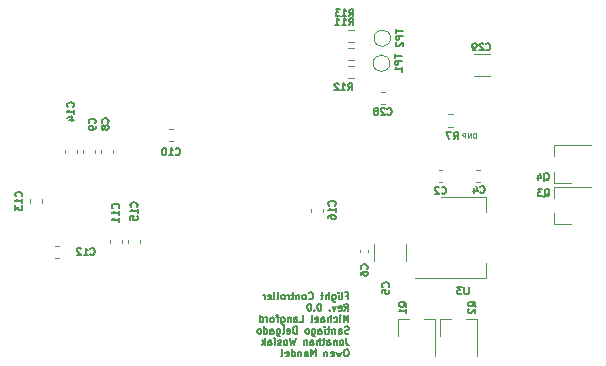
<source format=gbr>
G04 #@! TF.GenerationSoftware,KiCad,Pcbnew,(6.0.7)*
G04 #@! TF.CreationDate,2022-10-20T14:38:44-04:00*
G04 #@! TF.ProjectId,ECE477_PCB,45434534-3737-45f5-9043-422e6b696361,rev?*
G04 #@! TF.SameCoordinates,PX2daf690PY1aab7d8*
G04 #@! TF.FileFunction,Legend,Bot*
G04 #@! TF.FilePolarity,Positive*
%FSLAX46Y46*%
G04 Gerber Fmt 4.6, Leading zero omitted, Abs format (unit mm)*
G04 Created by KiCad (PCBNEW (6.0.7)) date 2022-10-20 14:38:44*
%MOMM*%
%LPD*%
G01*
G04 APERTURE LIST*
%ADD10C,0.150000*%
%ADD11C,0.112500*%
%ADD12C,0.120000*%
G04 APERTURE END LIST*
D10*
X43679442Y-24466142D02*
X43879442Y-24466142D01*
X43879442Y-24780428D02*
X43879442Y-24180428D01*
X43593728Y-24180428D01*
X43279442Y-24780428D02*
X43336585Y-24751857D01*
X43365157Y-24694714D01*
X43365157Y-24180428D01*
X43050871Y-24780428D02*
X43050871Y-24380428D01*
X43050871Y-24180428D02*
X43079442Y-24209000D01*
X43050871Y-24237571D01*
X43022300Y-24209000D01*
X43050871Y-24180428D01*
X43050871Y-24237571D01*
X42508014Y-24380428D02*
X42508014Y-24866142D01*
X42536585Y-24923285D01*
X42565157Y-24951857D01*
X42622300Y-24980428D01*
X42708014Y-24980428D01*
X42765157Y-24951857D01*
X42508014Y-24751857D02*
X42565157Y-24780428D01*
X42679442Y-24780428D01*
X42736585Y-24751857D01*
X42765157Y-24723285D01*
X42793728Y-24666142D01*
X42793728Y-24494714D01*
X42765157Y-24437571D01*
X42736585Y-24409000D01*
X42679442Y-24380428D01*
X42565157Y-24380428D01*
X42508014Y-24409000D01*
X42222300Y-24780428D02*
X42222300Y-24180428D01*
X41965157Y-24780428D02*
X41965157Y-24466142D01*
X41993728Y-24409000D01*
X42050871Y-24380428D01*
X42136585Y-24380428D01*
X42193728Y-24409000D01*
X42222300Y-24437571D01*
X41765157Y-24380428D02*
X41536585Y-24380428D01*
X41679442Y-24180428D02*
X41679442Y-24694714D01*
X41650871Y-24751857D01*
X41593728Y-24780428D01*
X41536585Y-24780428D01*
X40536585Y-24723285D02*
X40565157Y-24751857D01*
X40650871Y-24780428D01*
X40708014Y-24780428D01*
X40793728Y-24751857D01*
X40850871Y-24694714D01*
X40879442Y-24637571D01*
X40908014Y-24523285D01*
X40908014Y-24437571D01*
X40879442Y-24323285D01*
X40850871Y-24266142D01*
X40793728Y-24209000D01*
X40708014Y-24180428D01*
X40650871Y-24180428D01*
X40565157Y-24209000D01*
X40536585Y-24237571D01*
X40193728Y-24780428D02*
X40250871Y-24751857D01*
X40279442Y-24723285D01*
X40308014Y-24666142D01*
X40308014Y-24494714D01*
X40279442Y-24437571D01*
X40250871Y-24409000D01*
X40193728Y-24380428D01*
X40108014Y-24380428D01*
X40050871Y-24409000D01*
X40022300Y-24437571D01*
X39993728Y-24494714D01*
X39993728Y-24666142D01*
X40022300Y-24723285D01*
X40050871Y-24751857D01*
X40108014Y-24780428D01*
X40193728Y-24780428D01*
X39736585Y-24380428D02*
X39736585Y-24780428D01*
X39736585Y-24437571D02*
X39708014Y-24409000D01*
X39650871Y-24380428D01*
X39565157Y-24380428D01*
X39508014Y-24409000D01*
X39479442Y-24466142D01*
X39479442Y-24780428D01*
X39279442Y-24380428D02*
X39050871Y-24380428D01*
X39193728Y-24180428D02*
X39193728Y-24694714D01*
X39165157Y-24751857D01*
X39108014Y-24780428D01*
X39050871Y-24780428D01*
X38850871Y-24780428D02*
X38850871Y-24380428D01*
X38850871Y-24494714D02*
X38822300Y-24437571D01*
X38793728Y-24409000D01*
X38736585Y-24380428D01*
X38679442Y-24380428D01*
X38393728Y-24780428D02*
X38450871Y-24751857D01*
X38479442Y-24723285D01*
X38508014Y-24666142D01*
X38508014Y-24494714D01*
X38479442Y-24437571D01*
X38450871Y-24409000D01*
X38393728Y-24380428D01*
X38308014Y-24380428D01*
X38250871Y-24409000D01*
X38222300Y-24437571D01*
X38193728Y-24494714D01*
X38193728Y-24666142D01*
X38222300Y-24723285D01*
X38250871Y-24751857D01*
X38308014Y-24780428D01*
X38393728Y-24780428D01*
X37850871Y-24780428D02*
X37908014Y-24751857D01*
X37936585Y-24694714D01*
X37936585Y-24180428D01*
X37536585Y-24780428D02*
X37593728Y-24751857D01*
X37622300Y-24694714D01*
X37622300Y-24180428D01*
X37079442Y-24751857D02*
X37136585Y-24780428D01*
X37250871Y-24780428D01*
X37308014Y-24751857D01*
X37336585Y-24694714D01*
X37336585Y-24466142D01*
X37308014Y-24409000D01*
X37250871Y-24380428D01*
X37136585Y-24380428D01*
X37079442Y-24409000D01*
X37050871Y-24466142D01*
X37050871Y-24523285D01*
X37336585Y-24580428D01*
X36793728Y-24780428D02*
X36793728Y-24380428D01*
X36793728Y-24494714D02*
X36765157Y-24437571D01*
X36736585Y-24409000D01*
X36679442Y-24380428D01*
X36622300Y-24380428D01*
X43536585Y-25746428D02*
X43736585Y-25460714D01*
X43879442Y-25746428D02*
X43879442Y-25146428D01*
X43650871Y-25146428D01*
X43593728Y-25175000D01*
X43565157Y-25203571D01*
X43536585Y-25260714D01*
X43536585Y-25346428D01*
X43565157Y-25403571D01*
X43593728Y-25432142D01*
X43650871Y-25460714D01*
X43879442Y-25460714D01*
X43050871Y-25717857D02*
X43108014Y-25746428D01*
X43222300Y-25746428D01*
X43279442Y-25717857D01*
X43308014Y-25660714D01*
X43308014Y-25432142D01*
X43279442Y-25375000D01*
X43222300Y-25346428D01*
X43108014Y-25346428D01*
X43050871Y-25375000D01*
X43022300Y-25432142D01*
X43022300Y-25489285D01*
X43308014Y-25546428D01*
X42822300Y-25346428D02*
X42679442Y-25746428D01*
X42536585Y-25346428D01*
X42308014Y-25689285D02*
X42279442Y-25717857D01*
X42308014Y-25746428D01*
X42336585Y-25717857D01*
X42308014Y-25689285D01*
X42308014Y-25746428D01*
X41450871Y-25146428D02*
X41393728Y-25146428D01*
X41336585Y-25175000D01*
X41308014Y-25203571D01*
X41279442Y-25260714D01*
X41250871Y-25375000D01*
X41250871Y-25517857D01*
X41279442Y-25632142D01*
X41308014Y-25689285D01*
X41336585Y-25717857D01*
X41393728Y-25746428D01*
X41450871Y-25746428D01*
X41508014Y-25717857D01*
X41536585Y-25689285D01*
X41565157Y-25632142D01*
X41593728Y-25517857D01*
X41593728Y-25375000D01*
X41565157Y-25260714D01*
X41536585Y-25203571D01*
X41508014Y-25175000D01*
X41450871Y-25146428D01*
X40993728Y-25689285D02*
X40965157Y-25717857D01*
X40993728Y-25746428D01*
X41022300Y-25717857D01*
X40993728Y-25689285D01*
X40993728Y-25746428D01*
X40593728Y-25146428D02*
X40536585Y-25146428D01*
X40479442Y-25175000D01*
X40450871Y-25203571D01*
X40422300Y-25260714D01*
X40393728Y-25375000D01*
X40393728Y-25517857D01*
X40422300Y-25632142D01*
X40450871Y-25689285D01*
X40479442Y-25717857D01*
X40536585Y-25746428D01*
X40593728Y-25746428D01*
X40650871Y-25717857D01*
X40679442Y-25689285D01*
X40708014Y-25632142D01*
X40736585Y-25517857D01*
X40736585Y-25375000D01*
X40708014Y-25260714D01*
X40679442Y-25203571D01*
X40650871Y-25175000D01*
X40593728Y-25146428D01*
X43879442Y-26712428D02*
X43879442Y-26112428D01*
X43679442Y-26541000D01*
X43479442Y-26112428D01*
X43479442Y-26712428D01*
X43193728Y-26712428D02*
X43193728Y-26312428D01*
X43193728Y-26112428D02*
X43222300Y-26141000D01*
X43193728Y-26169571D01*
X43165157Y-26141000D01*
X43193728Y-26112428D01*
X43193728Y-26169571D01*
X42650871Y-26683857D02*
X42708014Y-26712428D01*
X42822300Y-26712428D01*
X42879442Y-26683857D01*
X42908014Y-26655285D01*
X42936585Y-26598142D01*
X42936585Y-26426714D01*
X42908014Y-26369571D01*
X42879442Y-26341000D01*
X42822300Y-26312428D01*
X42708014Y-26312428D01*
X42650871Y-26341000D01*
X42393728Y-26712428D02*
X42393728Y-26112428D01*
X42136585Y-26712428D02*
X42136585Y-26398142D01*
X42165157Y-26341000D01*
X42222300Y-26312428D01*
X42308014Y-26312428D01*
X42365157Y-26341000D01*
X42393728Y-26369571D01*
X41593728Y-26712428D02*
X41593728Y-26398142D01*
X41622300Y-26341000D01*
X41679442Y-26312428D01*
X41793728Y-26312428D01*
X41850871Y-26341000D01*
X41593728Y-26683857D02*
X41650871Y-26712428D01*
X41793728Y-26712428D01*
X41850871Y-26683857D01*
X41879442Y-26626714D01*
X41879442Y-26569571D01*
X41850871Y-26512428D01*
X41793728Y-26483857D01*
X41650871Y-26483857D01*
X41593728Y-26455285D01*
X41079442Y-26683857D02*
X41136585Y-26712428D01*
X41250871Y-26712428D01*
X41308014Y-26683857D01*
X41336585Y-26626714D01*
X41336585Y-26398142D01*
X41308014Y-26341000D01*
X41250871Y-26312428D01*
X41136585Y-26312428D01*
X41079442Y-26341000D01*
X41050871Y-26398142D01*
X41050871Y-26455285D01*
X41336585Y-26512428D01*
X40708014Y-26712428D02*
X40765157Y-26683857D01*
X40793728Y-26626714D01*
X40793728Y-26112428D01*
X39736585Y-26712428D02*
X40022300Y-26712428D01*
X40022300Y-26112428D01*
X39279442Y-26712428D02*
X39279442Y-26398142D01*
X39308014Y-26341000D01*
X39365157Y-26312428D01*
X39479442Y-26312428D01*
X39536585Y-26341000D01*
X39279442Y-26683857D02*
X39336585Y-26712428D01*
X39479442Y-26712428D01*
X39536585Y-26683857D01*
X39565157Y-26626714D01*
X39565157Y-26569571D01*
X39536585Y-26512428D01*
X39479442Y-26483857D01*
X39336585Y-26483857D01*
X39279442Y-26455285D01*
X38993728Y-26312428D02*
X38993728Y-26712428D01*
X38993728Y-26369571D02*
X38965157Y-26341000D01*
X38908014Y-26312428D01*
X38822300Y-26312428D01*
X38765157Y-26341000D01*
X38736585Y-26398142D01*
X38736585Y-26712428D01*
X38193728Y-26312428D02*
X38193728Y-26798142D01*
X38222300Y-26855285D01*
X38250871Y-26883857D01*
X38308014Y-26912428D01*
X38393728Y-26912428D01*
X38450871Y-26883857D01*
X38193728Y-26683857D02*
X38250871Y-26712428D01*
X38365157Y-26712428D01*
X38422300Y-26683857D01*
X38450871Y-26655285D01*
X38479442Y-26598142D01*
X38479442Y-26426714D01*
X38450871Y-26369571D01*
X38422300Y-26341000D01*
X38365157Y-26312428D01*
X38250871Y-26312428D01*
X38193728Y-26341000D01*
X37993728Y-26312428D02*
X37765157Y-26312428D01*
X37908014Y-26712428D02*
X37908014Y-26198142D01*
X37879442Y-26141000D01*
X37822300Y-26112428D01*
X37765157Y-26112428D01*
X37479442Y-26712428D02*
X37536585Y-26683857D01*
X37565157Y-26655285D01*
X37593728Y-26598142D01*
X37593728Y-26426714D01*
X37565157Y-26369571D01*
X37536585Y-26341000D01*
X37479442Y-26312428D01*
X37393728Y-26312428D01*
X37336585Y-26341000D01*
X37308014Y-26369571D01*
X37279442Y-26426714D01*
X37279442Y-26598142D01*
X37308014Y-26655285D01*
X37336585Y-26683857D01*
X37393728Y-26712428D01*
X37479442Y-26712428D01*
X37022300Y-26712428D02*
X37022300Y-26312428D01*
X37022300Y-26426714D02*
X36993728Y-26369571D01*
X36965157Y-26341000D01*
X36908014Y-26312428D01*
X36850871Y-26312428D01*
X36393728Y-26712428D02*
X36393728Y-26112428D01*
X36393728Y-26683857D02*
X36450871Y-26712428D01*
X36565157Y-26712428D01*
X36622300Y-26683857D01*
X36650871Y-26655285D01*
X36679442Y-26598142D01*
X36679442Y-26426714D01*
X36650871Y-26369571D01*
X36622300Y-26341000D01*
X36565157Y-26312428D01*
X36450871Y-26312428D01*
X36393728Y-26341000D01*
X43908014Y-27649857D02*
X43822300Y-27678428D01*
X43679442Y-27678428D01*
X43622300Y-27649857D01*
X43593728Y-27621285D01*
X43565157Y-27564142D01*
X43565157Y-27507000D01*
X43593728Y-27449857D01*
X43622300Y-27421285D01*
X43679442Y-27392714D01*
X43793728Y-27364142D01*
X43850871Y-27335571D01*
X43879442Y-27307000D01*
X43908014Y-27249857D01*
X43908014Y-27192714D01*
X43879442Y-27135571D01*
X43850871Y-27107000D01*
X43793728Y-27078428D01*
X43650871Y-27078428D01*
X43565157Y-27107000D01*
X43050871Y-27678428D02*
X43050871Y-27364142D01*
X43079442Y-27307000D01*
X43136585Y-27278428D01*
X43250871Y-27278428D01*
X43308014Y-27307000D01*
X43050871Y-27649857D02*
X43108014Y-27678428D01*
X43250871Y-27678428D01*
X43308014Y-27649857D01*
X43336585Y-27592714D01*
X43336585Y-27535571D01*
X43308014Y-27478428D01*
X43250871Y-27449857D01*
X43108014Y-27449857D01*
X43050871Y-27421285D01*
X42765157Y-27278428D02*
X42765157Y-27678428D01*
X42765157Y-27335571D02*
X42736585Y-27307000D01*
X42679442Y-27278428D01*
X42593728Y-27278428D01*
X42536585Y-27307000D01*
X42508014Y-27364142D01*
X42508014Y-27678428D01*
X42308014Y-27278428D02*
X42079442Y-27278428D01*
X42222300Y-27078428D02*
X42222300Y-27592714D01*
X42193728Y-27649857D01*
X42136585Y-27678428D01*
X42079442Y-27678428D01*
X41879442Y-27678428D02*
X41879442Y-27278428D01*
X41879442Y-27078428D02*
X41908014Y-27107000D01*
X41879442Y-27135571D01*
X41850871Y-27107000D01*
X41879442Y-27078428D01*
X41879442Y-27135571D01*
X41336585Y-27678428D02*
X41336585Y-27364142D01*
X41365157Y-27307000D01*
X41422300Y-27278428D01*
X41536585Y-27278428D01*
X41593728Y-27307000D01*
X41336585Y-27649857D02*
X41393728Y-27678428D01*
X41536585Y-27678428D01*
X41593728Y-27649857D01*
X41622300Y-27592714D01*
X41622300Y-27535571D01*
X41593728Y-27478428D01*
X41536585Y-27449857D01*
X41393728Y-27449857D01*
X41336585Y-27421285D01*
X40793728Y-27278428D02*
X40793728Y-27764142D01*
X40822300Y-27821285D01*
X40850871Y-27849857D01*
X40908014Y-27878428D01*
X40993728Y-27878428D01*
X41050871Y-27849857D01*
X40793728Y-27649857D02*
X40850871Y-27678428D01*
X40965157Y-27678428D01*
X41022300Y-27649857D01*
X41050871Y-27621285D01*
X41079442Y-27564142D01*
X41079442Y-27392714D01*
X41050871Y-27335571D01*
X41022300Y-27307000D01*
X40965157Y-27278428D01*
X40850871Y-27278428D01*
X40793728Y-27307000D01*
X40422300Y-27678428D02*
X40479442Y-27649857D01*
X40508014Y-27621285D01*
X40536585Y-27564142D01*
X40536585Y-27392714D01*
X40508014Y-27335571D01*
X40479442Y-27307000D01*
X40422300Y-27278428D01*
X40336585Y-27278428D01*
X40279442Y-27307000D01*
X40250871Y-27335571D01*
X40222300Y-27392714D01*
X40222300Y-27564142D01*
X40250871Y-27621285D01*
X40279442Y-27649857D01*
X40336585Y-27678428D01*
X40422300Y-27678428D01*
X39508014Y-27678428D02*
X39508014Y-27078428D01*
X39365157Y-27078428D01*
X39279442Y-27107000D01*
X39222300Y-27164142D01*
X39193728Y-27221285D01*
X39165157Y-27335571D01*
X39165157Y-27421285D01*
X39193728Y-27535571D01*
X39222300Y-27592714D01*
X39279442Y-27649857D01*
X39365157Y-27678428D01*
X39508014Y-27678428D01*
X38679442Y-27649857D02*
X38736585Y-27678428D01*
X38850871Y-27678428D01*
X38908014Y-27649857D01*
X38936585Y-27592714D01*
X38936585Y-27364142D01*
X38908014Y-27307000D01*
X38850871Y-27278428D01*
X38736585Y-27278428D01*
X38679442Y-27307000D01*
X38650871Y-27364142D01*
X38650871Y-27421285D01*
X38936585Y-27478428D01*
X38308014Y-27678428D02*
X38365157Y-27649857D01*
X38393728Y-27592714D01*
X38393728Y-27078428D01*
X37822300Y-27278428D02*
X37822300Y-27764142D01*
X37850871Y-27821285D01*
X37879442Y-27849857D01*
X37936585Y-27878428D01*
X38022300Y-27878428D01*
X38079442Y-27849857D01*
X37822300Y-27649857D02*
X37879442Y-27678428D01*
X37993728Y-27678428D01*
X38050871Y-27649857D01*
X38079442Y-27621285D01*
X38108014Y-27564142D01*
X38108014Y-27392714D01*
X38079442Y-27335571D01*
X38050871Y-27307000D01*
X37993728Y-27278428D01*
X37879442Y-27278428D01*
X37822300Y-27307000D01*
X37279442Y-27678428D02*
X37279442Y-27364142D01*
X37308014Y-27307000D01*
X37365157Y-27278428D01*
X37479442Y-27278428D01*
X37536585Y-27307000D01*
X37279442Y-27649857D02*
X37336585Y-27678428D01*
X37479442Y-27678428D01*
X37536585Y-27649857D01*
X37565157Y-27592714D01*
X37565157Y-27535571D01*
X37536585Y-27478428D01*
X37479442Y-27449857D01*
X37336585Y-27449857D01*
X37279442Y-27421285D01*
X36736585Y-27678428D02*
X36736585Y-27078428D01*
X36736585Y-27649857D02*
X36793728Y-27678428D01*
X36908014Y-27678428D01*
X36965157Y-27649857D01*
X36993728Y-27621285D01*
X37022300Y-27564142D01*
X37022300Y-27392714D01*
X36993728Y-27335571D01*
X36965157Y-27307000D01*
X36908014Y-27278428D01*
X36793728Y-27278428D01*
X36736585Y-27307000D01*
X36365157Y-27678428D02*
X36422300Y-27649857D01*
X36450871Y-27621285D01*
X36479442Y-27564142D01*
X36479442Y-27392714D01*
X36450871Y-27335571D01*
X36422300Y-27307000D01*
X36365157Y-27278428D01*
X36279442Y-27278428D01*
X36222300Y-27307000D01*
X36193728Y-27335571D01*
X36165157Y-27392714D01*
X36165157Y-27564142D01*
X36193728Y-27621285D01*
X36222300Y-27649857D01*
X36279442Y-27678428D01*
X36365157Y-27678428D01*
X43708014Y-28044428D02*
X43708014Y-28473000D01*
X43736585Y-28558714D01*
X43793728Y-28615857D01*
X43879442Y-28644428D01*
X43936585Y-28644428D01*
X43336585Y-28644428D02*
X43393728Y-28615857D01*
X43422300Y-28587285D01*
X43450871Y-28530142D01*
X43450871Y-28358714D01*
X43422300Y-28301571D01*
X43393728Y-28273000D01*
X43336585Y-28244428D01*
X43250871Y-28244428D01*
X43193728Y-28273000D01*
X43165157Y-28301571D01*
X43136585Y-28358714D01*
X43136585Y-28530142D01*
X43165157Y-28587285D01*
X43193728Y-28615857D01*
X43250871Y-28644428D01*
X43336585Y-28644428D01*
X42879442Y-28244428D02*
X42879442Y-28644428D01*
X42879442Y-28301571D02*
X42850871Y-28273000D01*
X42793728Y-28244428D01*
X42708014Y-28244428D01*
X42650871Y-28273000D01*
X42622300Y-28330142D01*
X42622300Y-28644428D01*
X42079442Y-28644428D02*
X42079442Y-28330142D01*
X42108014Y-28273000D01*
X42165157Y-28244428D01*
X42279442Y-28244428D01*
X42336585Y-28273000D01*
X42079442Y-28615857D02*
X42136585Y-28644428D01*
X42279442Y-28644428D01*
X42336585Y-28615857D01*
X42365157Y-28558714D01*
X42365157Y-28501571D01*
X42336585Y-28444428D01*
X42279442Y-28415857D01*
X42136585Y-28415857D01*
X42079442Y-28387285D01*
X41879442Y-28244428D02*
X41650871Y-28244428D01*
X41793728Y-28044428D02*
X41793728Y-28558714D01*
X41765157Y-28615857D01*
X41708014Y-28644428D01*
X41650871Y-28644428D01*
X41450871Y-28644428D02*
X41450871Y-28044428D01*
X41193728Y-28644428D02*
X41193728Y-28330142D01*
X41222300Y-28273000D01*
X41279442Y-28244428D01*
X41365157Y-28244428D01*
X41422300Y-28273000D01*
X41450871Y-28301571D01*
X40650871Y-28644428D02*
X40650871Y-28330142D01*
X40679442Y-28273000D01*
X40736585Y-28244428D01*
X40850871Y-28244428D01*
X40908014Y-28273000D01*
X40650871Y-28615857D02*
X40708014Y-28644428D01*
X40850871Y-28644428D01*
X40908014Y-28615857D01*
X40936585Y-28558714D01*
X40936585Y-28501571D01*
X40908014Y-28444428D01*
X40850871Y-28415857D01*
X40708014Y-28415857D01*
X40650871Y-28387285D01*
X40365157Y-28244428D02*
X40365157Y-28644428D01*
X40365157Y-28301571D02*
X40336585Y-28273000D01*
X40279442Y-28244428D01*
X40193728Y-28244428D01*
X40136585Y-28273000D01*
X40108014Y-28330142D01*
X40108014Y-28644428D01*
X39422300Y-28044428D02*
X39279442Y-28644428D01*
X39165157Y-28215857D01*
X39050871Y-28644428D01*
X38908014Y-28044428D01*
X38593728Y-28644428D02*
X38650871Y-28615857D01*
X38679442Y-28587285D01*
X38708014Y-28530142D01*
X38708014Y-28358714D01*
X38679442Y-28301571D01*
X38650871Y-28273000D01*
X38593728Y-28244428D01*
X38508014Y-28244428D01*
X38450871Y-28273000D01*
X38422300Y-28301571D01*
X38393728Y-28358714D01*
X38393728Y-28530142D01*
X38422300Y-28587285D01*
X38450871Y-28615857D01*
X38508014Y-28644428D01*
X38593728Y-28644428D01*
X38165157Y-28615857D02*
X38108014Y-28644428D01*
X37993728Y-28644428D01*
X37936585Y-28615857D01*
X37908014Y-28558714D01*
X37908014Y-28530142D01*
X37936585Y-28473000D01*
X37993728Y-28444428D01*
X38079442Y-28444428D01*
X38136585Y-28415857D01*
X38165157Y-28358714D01*
X38165157Y-28330142D01*
X38136585Y-28273000D01*
X38079442Y-28244428D01*
X37993728Y-28244428D01*
X37936585Y-28273000D01*
X37650871Y-28644428D02*
X37650871Y-28244428D01*
X37650871Y-28044428D02*
X37679442Y-28073000D01*
X37650871Y-28101571D01*
X37622300Y-28073000D01*
X37650871Y-28044428D01*
X37650871Y-28101571D01*
X37108014Y-28644428D02*
X37108014Y-28330142D01*
X37136585Y-28273000D01*
X37193728Y-28244428D01*
X37308014Y-28244428D01*
X37365157Y-28273000D01*
X37108014Y-28615857D02*
X37165157Y-28644428D01*
X37308014Y-28644428D01*
X37365157Y-28615857D01*
X37393728Y-28558714D01*
X37393728Y-28501571D01*
X37365157Y-28444428D01*
X37308014Y-28415857D01*
X37165157Y-28415857D01*
X37108014Y-28387285D01*
X36822300Y-28644428D02*
X36822300Y-28044428D01*
X36765157Y-28415857D02*
X36593728Y-28644428D01*
X36593728Y-28244428D02*
X36822300Y-28473000D01*
X43765157Y-29010428D02*
X43650871Y-29010428D01*
X43593728Y-29039000D01*
X43536585Y-29096142D01*
X43508014Y-29210428D01*
X43508014Y-29410428D01*
X43536585Y-29524714D01*
X43593728Y-29581857D01*
X43650871Y-29610428D01*
X43765157Y-29610428D01*
X43822300Y-29581857D01*
X43879442Y-29524714D01*
X43908014Y-29410428D01*
X43908014Y-29210428D01*
X43879442Y-29096142D01*
X43822300Y-29039000D01*
X43765157Y-29010428D01*
X43308014Y-29210428D02*
X43193728Y-29610428D01*
X43079442Y-29324714D01*
X42965157Y-29610428D01*
X42850871Y-29210428D01*
X42393728Y-29581857D02*
X42450871Y-29610428D01*
X42565157Y-29610428D01*
X42622300Y-29581857D01*
X42650871Y-29524714D01*
X42650871Y-29296142D01*
X42622300Y-29239000D01*
X42565157Y-29210428D01*
X42450871Y-29210428D01*
X42393728Y-29239000D01*
X42365157Y-29296142D01*
X42365157Y-29353285D01*
X42650871Y-29410428D01*
X42108014Y-29210428D02*
X42108014Y-29610428D01*
X42108014Y-29267571D02*
X42079442Y-29239000D01*
X42022300Y-29210428D01*
X41936585Y-29210428D01*
X41879442Y-29239000D01*
X41850871Y-29296142D01*
X41850871Y-29610428D01*
X41108014Y-29610428D02*
X41108014Y-29010428D01*
X40908014Y-29439000D01*
X40708014Y-29010428D01*
X40708014Y-29610428D01*
X40165157Y-29610428D02*
X40165157Y-29296142D01*
X40193728Y-29239000D01*
X40250871Y-29210428D01*
X40365157Y-29210428D01*
X40422300Y-29239000D01*
X40165157Y-29581857D02*
X40222300Y-29610428D01*
X40365157Y-29610428D01*
X40422300Y-29581857D01*
X40450871Y-29524714D01*
X40450871Y-29467571D01*
X40422300Y-29410428D01*
X40365157Y-29381857D01*
X40222300Y-29381857D01*
X40165157Y-29353285D01*
X39879442Y-29210428D02*
X39879442Y-29610428D01*
X39879442Y-29267571D02*
X39850871Y-29239000D01*
X39793728Y-29210428D01*
X39708014Y-29210428D01*
X39650871Y-29239000D01*
X39622300Y-29296142D01*
X39622300Y-29610428D01*
X39079442Y-29610428D02*
X39079442Y-29010428D01*
X39079442Y-29581857D02*
X39136585Y-29610428D01*
X39250871Y-29610428D01*
X39308014Y-29581857D01*
X39336585Y-29553285D01*
X39365157Y-29496142D01*
X39365157Y-29324714D01*
X39336585Y-29267571D01*
X39308014Y-29239000D01*
X39250871Y-29210428D01*
X39136585Y-29210428D01*
X39079442Y-29239000D01*
X38565157Y-29581857D02*
X38622300Y-29610428D01*
X38736585Y-29610428D01*
X38793728Y-29581857D01*
X38822300Y-29524714D01*
X38822300Y-29296142D01*
X38793728Y-29239000D01*
X38736585Y-29210428D01*
X38622300Y-29210428D01*
X38565157Y-29239000D01*
X38536585Y-29296142D01*
X38536585Y-29353285D01*
X38822300Y-29410428D01*
X38193728Y-29610428D02*
X38250871Y-29581857D01*
X38279442Y-29524714D01*
X38279442Y-29010428D01*
D11*
X54705971Y-11125571D02*
X54705971Y-10675571D01*
X54598828Y-10675571D01*
X54534542Y-10697000D01*
X54491685Y-10739857D01*
X54470257Y-10782714D01*
X54448828Y-10868428D01*
X54448828Y-10932714D01*
X54470257Y-11018428D01*
X54491685Y-11061285D01*
X54534542Y-11104142D01*
X54598828Y-11125571D01*
X54705971Y-11125571D01*
X54255971Y-11125571D02*
X54255971Y-10675571D01*
X53998828Y-11125571D01*
X53998828Y-10675571D01*
X53784542Y-11125571D02*
X53784542Y-10675571D01*
X53613114Y-10675571D01*
X53570257Y-10697000D01*
X53548828Y-10718428D01*
X53527400Y-10761285D01*
X53527400Y-10825571D01*
X53548828Y-10868428D01*
X53570257Y-10889857D01*
X53613114Y-10911285D01*
X53784542Y-10911285D01*
D10*
X48791811Y-25417995D02*
X48763240Y-25360852D01*
X48706097Y-25303709D01*
X48620382Y-25217995D01*
X48591811Y-25160852D01*
X48591811Y-25103709D01*
X48734668Y-25132280D02*
X48706097Y-25075138D01*
X48648954Y-25017995D01*
X48534668Y-24989423D01*
X48334668Y-24989423D01*
X48220382Y-25017995D01*
X48163240Y-25075138D01*
X48134668Y-25132280D01*
X48134668Y-25246566D01*
X48163240Y-25303709D01*
X48220382Y-25360852D01*
X48334668Y-25389423D01*
X48534668Y-25389423D01*
X48648954Y-25360852D01*
X48706097Y-25303709D01*
X48734668Y-25246566D01*
X48734668Y-25132280D01*
X48734668Y-25960852D02*
X48734668Y-25617995D01*
X48734668Y-25789423D02*
X48134668Y-25789423D01*
X48220382Y-25732280D01*
X48277525Y-25675138D01*
X48306097Y-25617995D01*
X60417962Y-14749631D02*
X60475105Y-14721060D01*
X60532248Y-14663917D01*
X60617962Y-14578202D01*
X60675105Y-14549631D01*
X60732248Y-14549631D01*
X60703677Y-14692488D02*
X60760820Y-14663917D01*
X60817962Y-14606774D01*
X60846534Y-14492488D01*
X60846534Y-14292488D01*
X60817962Y-14178202D01*
X60760820Y-14121060D01*
X60703677Y-14092488D01*
X60589391Y-14092488D01*
X60532248Y-14121060D01*
X60475105Y-14178202D01*
X60446534Y-14292488D01*
X60446534Y-14492488D01*
X60475105Y-14606774D01*
X60532248Y-14663917D01*
X60589391Y-14692488D01*
X60703677Y-14692488D01*
X59932248Y-14292488D02*
X59932248Y-14692488D01*
X60075105Y-14063917D02*
X60217962Y-14492488D01*
X59846534Y-14492488D01*
X54654011Y-25402495D02*
X54625440Y-25345352D01*
X54568297Y-25288209D01*
X54482582Y-25202495D01*
X54454011Y-25145352D01*
X54454011Y-25088209D01*
X54596868Y-25116780D02*
X54568297Y-25059638D01*
X54511154Y-25002495D01*
X54396868Y-24973923D01*
X54196868Y-24973923D01*
X54082582Y-25002495D01*
X54025440Y-25059638D01*
X53996868Y-25116780D01*
X53996868Y-25231066D01*
X54025440Y-25288209D01*
X54082582Y-25345352D01*
X54196868Y-25373923D01*
X54396868Y-25373923D01*
X54511154Y-25345352D01*
X54568297Y-25288209D01*
X54596868Y-25231066D01*
X54596868Y-25116780D01*
X54054011Y-25602495D02*
X54025440Y-25631066D01*
X53996868Y-25688209D01*
X53996868Y-25831066D01*
X54025440Y-25888209D01*
X54054011Y-25916780D01*
X54111154Y-25945352D01*
X54168297Y-25945352D01*
X54254011Y-25916780D01*
X54596868Y-25573923D01*
X54596868Y-25945352D01*
X60459482Y-16100951D02*
X60516625Y-16072380D01*
X60573768Y-16015237D01*
X60659482Y-15929522D01*
X60716625Y-15900951D01*
X60773768Y-15900951D01*
X60745197Y-16043808D02*
X60802340Y-16015237D01*
X60859482Y-15958094D01*
X60888054Y-15843808D01*
X60888054Y-15643808D01*
X60859482Y-15529522D01*
X60802340Y-15472380D01*
X60745197Y-15443808D01*
X60630911Y-15443808D01*
X60573768Y-15472380D01*
X60516625Y-15529522D01*
X60488054Y-15643808D01*
X60488054Y-15843808D01*
X60516625Y-15958094D01*
X60573768Y-16015237D01*
X60630911Y-16043808D01*
X60745197Y-16043808D01*
X60288054Y-15443808D02*
X59916625Y-15443808D01*
X60116625Y-15672380D01*
X60030911Y-15672380D01*
X59973768Y-15700951D01*
X59945197Y-15729522D01*
X59916625Y-15786665D01*
X59916625Y-15929522D01*
X59945197Y-15986665D01*
X59973768Y-16015237D01*
X60030911Y-16043808D01*
X60202340Y-16043808D01*
X60259482Y-16015237D01*
X60288054Y-15986665D01*
X51763600Y-15784485D02*
X51792171Y-15813057D01*
X51877885Y-15841628D01*
X51935028Y-15841628D01*
X52020742Y-15813057D01*
X52077885Y-15755914D01*
X52106457Y-15698771D01*
X52135028Y-15584485D01*
X52135028Y-15498771D01*
X52106457Y-15384485D01*
X52077885Y-15327342D01*
X52020742Y-15270200D01*
X51935028Y-15241628D01*
X51877885Y-15241628D01*
X51792171Y-15270200D01*
X51763600Y-15298771D01*
X51535028Y-15298771D02*
X51506457Y-15270200D01*
X51449314Y-15241628D01*
X51306457Y-15241628D01*
X51249314Y-15270200D01*
X51220742Y-15298771D01*
X51192171Y-15355914D01*
X51192171Y-15413057D01*
X51220742Y-15498771D01*
X51563600Y-15841628D01*
X51192171Y-15841628D01*
X47280485Y-23725200D02*
X47309057Y-23696628D01*
X47337628Y-23610914D01*
X47337628Y-23553771D01*
X47309057Y-23468057D01*
X47251914Y-23410914D01*
X47194771Y-23382342D01*
X47080485Y-23353771D01*
X46994771Y-23353771D01*
X46880485Y-23382342D01*
X46823342Y-23410914D01*
X46766200Y-23468057D01*
X46737628Y-23553771D01*
X46737628Y-23610914D01*
X46766200Y-23696628D01*
X46794771Y-23725200D01*
X46737628Y-24268057D02*
X46737628Y-23982342D01*
X47023342Y-23953771D01*
X46994771Y-23982342D01*
X46966200Y-24039485D01*
X46966200Y-24182342D01*
X46994771Y-24239485D01*
X47023342Y-24268057D01*
X47080485Y-24296628D01*
X47223342Y-24296628D01*
X47280485Y-24268057D01*
X47309057Y-24239485D01*
X47337628Y-24182342D01*
X47337628Y-24039485D01*
X47309057Y-23982342D01*
X47280485Y-23953771D01*
X47185714Y-9114285D02*
X47214285Y-9142857D01*
X47300000Y-9171428D01*
X47357142Y-9171428D01*
X47442857Y-9142857D01*
X47500000Y-9085714D01*
X47528571Y-9028571D01*
X47557142Y-8914285D01*
X47557142Y-8828571D01*
X47528571Y-8714285D01*
X47500000Y-8657142D01*
X47442857Y-8600000D01*
X47357142Y-8571428D01*
X47300000Y-8571428D01*
X47214285Y-8600000D01*
X47185714Y-8628571D01*
X46957142Y-8628571D02*
X46928571Y-8600000D01*
X46871428Y-8571428D01*
X46728571Y-8571428D01*
X46671428Y-8600000D01*
X46642857Y-8628571D01*
X46614285Y-8685714D01*
X46614285Y-8742857D01*
X46642857Y-8828571D01*
X46985714Y-9171428D01*
X46614285Y-9171428D01*
X46271428Y-8828571D02*
X46328571Y-8800000D01*
X46357142Y-8771428D01*
X46385714Y-8714285D01*
X46385714Y-8685714D01*
X46357142Y-8628571D01*
X46328571Y-8600000D01*
X46271428Y-8571428D01*
X46157142Y-8571428D01*
X46100000Y-8600000D01*
X46071428Y-8628571D01*
X46042857Y-8685714D01*
X46042857Y-8714285D01*
X46071428Y-8771428D01*
X46100000Y-8800000D01*
X46157142Y-8828571D01*
X46271428Y-8828571D01*
X46328571Y-8857142D01*
X46357142Y-8885714D01*
X46385714Y-8942857D01*
X46385714Y-9057142D01*
X46357142Y-9114285D01*
X46328571Y-9142857D01*
X46271428Y-9171428D01*
X46157142Y-9171428D01*
X46100000Y-9142857D01*
X46071428Y-9114285D01*
X46042857Y-9057142D01*
X46042857Y-8942857D01*
X46071428Y-8885714D01*
X46100000Y-8857142D01*
X46157142Y-8828571D01*
X16223285Y-16061485D02*
X16251857Y-16032914D01*
X16280428Y-15947200D01*
X16280428Y-15890057D01*
X16251857Y-15804342D01*
X16194714Y-15747200D01*
X16137571Y-15718628D01*
X16023285Y-15690057D01*
X15937571Y-15690057D01*
X15823285Y-15718628D01*
X15766142Y-15747200D01*
X15709000Y-15804342D01*
X15680428Y-15890057D01*
X15680428Y-15947200D01*
X15709000Y-16032914D01*
X15737571Y-16061485D01*
X16280428Y-16632914D02*
X16280428Y-16290057D01*
X16280428Y-16461485D02*
X15680428Y-16461485D01*
X15766142Y-16404342D01*
X15823285Y-16347200D01*
X15851857Y-16290057D01*
X15680428Y-16832914D02*
X15680428Y-17204342D01*
X15909000Y-17004342D01*
X15909000Y-17090057D01*
X15937571Y-17147200D01*
X15966142Y-17175771D01*
X16023285Y-17204342D01*
X16166142Y-17204342D01*
X16223285Y-17175771D01*
X16251857Y-17147200D01*
X16280428Y-17090057D01*
X16280428Y-16918628D01*
X16251857Y-16861485D01*
X16223285Y-16832914D01*
X47869428Y-1912857D02*
X47869428Y-2255714D01*
X48469428Y-2084285D02*
X47869428Y-2084285D01*
X48469428Y-2455714D02*
X47869428Y-2455714D01*
X47869428Y-2684285D01*
X47898000Y-2741428D01*
X47926571Y-2770000D01*
X47983714Y-2798571D01*
X48069428Y-2798571D01*
X48126571Y-2770000D01*
X48155142Y-2741428D01*
X48183714Y-2684285D01*
X48183714Y-2455714D01*
X47926571Y-3027142D02*
X47898000Y-3055714D01*
X47869428Y-3112857D01*
X47869428Y-3255714D01*
X47898000Y-3312857D01*
X47926571Y-3341428D01*
X47983714Y-3370000D01*
X48040857Y-3370000D01*
X48126571Y-3341428D01*
X48469428Y-2998571D01*
X48469428Y-3370000D01*
X55040200Y-15733685D02*
X55068771Y-15762257D01*
X55154485Y-15790828D01*
X55211628Y-15790828D01*
X55297342Y-15762257D01*
X55354485Y-15705114D01*
X55383057Y-15647971D01*
X55411628Y-15533685D01*
X55411628Y-15447971D01*
X55383057Y-15333685D01*
X55354485Y-15276542D01*
X55297342Y-15219400D01*
X55211628Y-15190828D01*
X55154485Y-15190828D01*
X55068771Y-15219400D01*
X55040200Y-15247971D01*
X54525914Y-15390828D02*
X54525914Y-15790828D01*
X54668771Y-15162257D02*
X54811628Y-15590828D01*
X54440200Y-15590828D01*
X43845114Y-7078628D02*
X44045114Y-6792914D01*
X44187971Y-7078628D02*
X44187971Y-6478628D01*
X43959400Y-6478628D01*
X43902257Y-6507200D01*
X43873685Y-6535771D01*
X43845114Y-6592914D01*
X43845114Y-6678628D01*
X43873685Y-6735771D01*
X43902257Y-6764342D01*
X43959400Y-6792914D01*
X44187971Y-6792914D01*
X43273685Y-7078628D02*
X43616542Y-7078628D01*
X43445114Y-7078628D02*
X43445114Y-6478628D01*
X43502257Y-6564342D01*
X43559400Y-6621485D01*
X43616542Y-6650057D01*
X43045114Y-6535771D02*
X43016542Y-6507200D01*
X42959400Y-6478628D01*
X42816542Y-6478628D01*
X42759400Y-6507200D01*
X42730828Y-6535771D01*
X42702257Y-6592914D01*
X42702257Y-6650057D01*
X42730828Y-6735771D01*
X43073685Y-7078628D01*
X42702257Y-7078628D01*
X54051142Y-23729428D02*
X54051142Y-24215142D01*
X54022571Y-24272285D01*
X53994000Y-24300857D01*
X53936857Y-24329428D01*
X53822571Y-24329428D01*
X53765428Y-24300857D01*
X53736857Y-24272285D01*
X53708285Y-24215142D01*
X53708285Y-23729428D01*
X53479714Y-23729428D02*
X53108285Y-23729428D01*
X53308285Y-23958000D01*
X53222571Y-23958000D01*
X53165428Y-23986571D01*
X53136857Y-24015142D01*
X53108285Y-24072285D01*
X53108285Y-24215142D01*
X53136857Y-24272285D01*
X53165428Y-24300857D01*
X53222571Y-24329428D01*
X53394000Y-24329428D01*
X53451142Y-24300857D01*
X53479714Y-24272285D01*
X45451685Y-22201200D02*
X45480257Y-22172628D01*
X45508828Y-22086914D01*
X45508828Y-22029771D01*
X45480257Y-21944057D01*
X45423114Y-21886914D01*
X45365971Y-21858342D01*
X45251685Y-21829771D01*
X45165971Y-21829771D01*
X45051685Y-21858342D01*
X44994542Y-21886914D01*
X44937400Y-21944057D01*
X44908828Y-22029771D01*
X44908828Y-22086914D01*
X44937400Y-22172628D01*
X44965971Y-22201200D01*
X44908828Y-22715485D02*
X44908828Y-22601200D01*
X44937400Y-22544057D01*
X44965971Y-22515485D01*
X45051685Y-22458342D01*
X45165971Y-22429771D01*
X45394542Y-22429771D01*
X45451685Y-22458342D01*
X45480257Y-22486914D01*
X45508828Y-22544057D01*
X45508828Y-22658342D01*
X45480257Y-22715485D01*
X45451685Y-22744057D01*
X45394542Y-22772628D01*
X45251685Y-22772628D01*
X45194542Y-22744057D01*
X45165971Y-22715485D01*
X45137400Y-22658342D01*
X45137400Y-22544057D01*
X45165971Y-22486914D01*
X45194542Y-22458342D01*
X45251685Y-22429771D01*
X52779600Y-11244228D02*
X52979600Y-10958514D01*
X53122457Y-11244228D02*
X53122457Y-10644228D01*
X52893885Y-10644228D01*
X52836742Y-10672800D01*
X52808171Y-10701371D01*
X52779600Y-10758514D01*
X52779600Y-10844228D01*
X52808171Y-10901371D01*
X52836742Y-10929942D01*
X52893885Y-10958514D01*
X53122457Y-10958514D01*
X52579600Y-10644228D02*
X52179600Y-10644228D01*
X52436742Y-11244228D01*
X22026514Y-20966085D02*
X22055085Y-20994657D01*
X22140800Y-21023228D01*
X22197942Y-21023228D01*
X22283657Y-20994657D01*
X22340800Y-20937514D01*
X22369371Y-20880371D01*
X22397942Y-20766085D01*
X22397942Y-20680371D01*
X22369371Y-20566085D01*
X22340800Y-20508942D01*
X22283657Y-20451800D01*
X22197942Y-20423228D01*
X22140800Y-20423228D01*
X22055085Y-20451800D01*
X22026514Y-20480371D01*
X21455085Y-21023228D02*
X21797942Y-21023228D01*
X21626514Y-21023228D02*
X21626514Y-20423228D01*
X21683657Y-20508942D01*
X21740800Y-20566085D01*
X21797942Y-20594657D01*
X21226514Y-20480371D02*
X21197942Y-20451800D01*
X21140800Y-20423228D01*
X20997942Y-20423228D01*
X20940800Y-20451800D01*
X20912228Y-20480371D01*
X20883657Y-20537514D01*
X20883657Y-20594657D01*
X20912228Y-20680371D01*
X21255085Y-21023228D01*
X20883657Y-21023228D01*
X43921314Y-1592228D02*
X44121314Y-1306514D01*
X44264171Y-1592228D02*
X44264171Y-992228D01*
X44035600Y-992228D01*
X43978457Y-1020800D01*
X43949885Y-1049371D01*
X43921314Y-1106514D01*
X43921314Y-1192228D01*
X43949885Y-1249371D01*
X43978457Y-1277942D01*
X44035600Y-1306514D01*
X44264171Y-1306514D01*
X43349885Y-1592228D02*
X43692742Y-1592228D01*
X43521314Y-1592228D02*
X43521314Y-992228D01*
X43578457Y-1077942D01*
X43635600Y-1135085D01*
X43692742Y-1163657D01*
X42778457Y-1592228D02*
X43121314Y-1592228D01*
X42949885Y-1592228D02*
X42949885Y-992228D01*
X43007028Y-1077942D01*
X43064171Y-1135085D01*
X43121314Y-1163657D01*
X20585085Y-8478885D02*
X20613657Y-8450314D01*
X20642228Y-8364600D01*
X20642228Y-8307457D01*
X20613657Y-8221742D01*
X20556514Y-8164600D01*
X20499371Y-8136028D01*
X20385085Y-8107457D01*
X20299371Y-8107457D01*
X20185085Y-8136028D01*
X20127942Y-8164600D01*
X20070800Y-8221742D01*
X20042228Y-8307457D01*
X20042228Y-8364600D01*
X20070800Y-8450314D01*
X20099371Y-8478885D01*
X20642228Y-9050314D02*
X20642228Y-8707457D01*
X20642228Y-8878885D02*
X20042228Y-8878885D01*
X20127942Y-8821742D01*
X20185085Y-8764600D01*
X20213657Y-8707457D01*
X20242228Y-9564600D02*
X20642228Y-9564600D01*
X20013657Y-9421742D02*
X20442228Y-9278885D01*
X20442228Y-9650314D01*
X24420485Y-17064085D02*
X24449057Y-17035514D01*
X24477628Y-16949800D01*
X24477628Y-16892657D01*
X24449057Y-16806942D01*
X24391914Y-16749800D01*
X24334771Y-16721228D01*
X24220485Y-16692657D01*
X24134771Y-16692657D01*
X24020485Y-16721228D01*
X23963342Y-16749800D01*
X23906200Y-16806942D01*
X23877628Y-16892657D01*
X23877628Y-16949800D01*
X23906200Y-17035514D01*
X23934771Y-17064085D01*
X24477628Y-17635514D02*
X24477628Y-17292657D01*
X24477628Y-17464085D02*
X23877628Y-17464085D01*
X23963342Y-17406942D01*
X24020485Y-17349800D01*
X24049057Y-17292657D01*
X24477628Y-18206942D02*
X24477628Y-17864085D01*
X24477628Y-18035514D02*
X23877628Y-18035514D01*
X23963342Y-17978371D01*
X24020485Y-17921228D01*
X24049057Y-17864085D01*
X29254714Y-12503485D02*
X29283285Y-12532057D01*
X29369000Y-12560628D01*
X29426142Y-12560628D01*
X29511857Y-12532057D01*
X29569000Y-12474914D01*
X29597571Y-12417771D01*
X29626142Y-12303485D01*
X29626142Y-12217771D01*
X29597571Y-12103485D01*
X29569000Y-12046342D01*
X29511857Y-11989200D01*
X29426142Y-11960628D01*
X29369000Y-11960628D01*
X29283285Y-11989200D01*
X29254714Y-12017771D01*
X28683285Y-12560628D02*
X29026142Y-12560628D01*
X28854714Y-12560628D02*
X28854714Y-11960628D01*
X28911857Y-12046342D01*
X28969000Y-12103485D01*
X29026142Y-12132057D01*
X28311857Y-11960628D02*
X28254714Y-11960628D01*
X28197571Y-11989200D01*
X28169000Y-12017771D01*
X28140428Y-12074914D01*
X28111857Y-12189200D01*
X28111857Y-12332057D01*
X28140428Y-12446342D01*
X28169000Y-12503485D01*
X28197571Y-12532057D01*
X28254714Y-12560628D01*
X28311857Y-12560628D01*
X28369000Y-12532057D01*
X28397571Y-12503485D01*
X28426142Y-12446342D01*
X28454714Y-12332057D01*
X28454714Y-12189200D01*
X28426142Y-12074914D01*
X28397571Y-12017771D01*
X28369000Y-11989200D01*
X28311857Y-11960628D01*
X42733885Y-16835485D02*
X42762457Y-16806914D01*
X42791028Y-16721200D01*
X42791028Y-16664057D01*
X42762457Y-16578342D01*
X42705314Y-16521200D01*
X42648171Y-16492628D01*
X42533885Y-16464057D01*
X42448171Y-16464057D01*
X42333885Y-16492628D01*
X42276742Y-16521200D01*
X42219600Y-16578342D01*
X42191028Y-16664057D01*
X42191028Y-16721200D01*
X42219600Y-16806914D01*
X42248171Y-16835485D01*
X42791028Y-17406914D02*
X42791028Y-17064057D01*
X42791028Y-17235485D02*
X42191028Y-17235485D01*
X42276742Y-17178342D01*
X42333885Y-17121200D01*
X42362457Y-17064057D01*
X42191028Y-17921200D02*
X42191028Y-17806914D01*
X42219600Y-17749771D01*
X42248171Y-17721200D01*
X42333885Y-17664057D01*
X42448171Y-17635485D01*
X42676742Y-17635485D01*
X42733885Y-17664057D01*
X42762457Y-17692628D01*
X42791028Y-17749771D01*
X42791028Y-17864057D01*
X42762457Y-17921200D01*
X42733885Y-17949771D01*
X42676742Y-17978342D01*
X42533885Y-17978342D01*
X42476742Y-17949771D01*
X42448171Y-17921200D01*
X42419600Y-17864057D01*
X42419600Y-17749771D01*
X42448171Y-17692628D01*
X42476742Y-17664057D01*
X42533885Y-17635485D01*
X25969885Y-16937085D02*
X25998457Y-16908514D01*
X26027028Y-16822800D01*
X26027028Y-16765657D01*
X25998457Y-16679942D01*
X25941314Y-16622800D01*
X25884171Y-16594228D01*
X25769885Y-16565657D01*
X25684171Y-16565657D01*
X25569885Y-16594228D01*
X25512742Y-16622800D01*
X25455600Y-16679942D01*
X25427028Y-16765657D01*
X25427028Y-16822800D01*
X25455600Y-16908514D01*
X25484171Y-16937085D01*
X26027028Y-17508514D02*
X26027028Y-17165657D01*
X26027028Y-17337085D02*
X25427028Y-17337085D01*
X25512742Y-17279942D01*
X25569885Y-17222800D01*
X25598457Y-17165657D01*
X25427028Y-18051371D02*
X25427028Y-17765657D01*
X25712742Y-17737085D01*
X25684171Y-17765657D01*
X25655600Y-17822800D01*
X25655600Y-17965657D01*
X25684171Y-18022800D01*
X25712742Y-18051371D01*
X25769885Y-18079942D01*
X25912742Y-18079942D01*
X25969885Y-18051371D01*
X25998457Y-18022800D01*
X26027028Y-17965657D01*
X26027028Y-17822800D01*
X25998457Y-17765657D01*
X25969885Y-17737085D01*
X23531485Y-9831400D02*
X23560057Y-9802828D01*
X23588628Y-9717114D01*
X23588628Y-9659971D01*
X23560057Y-9574257D01*
X23502914Y-9517114D01*
X23445771Y-9488542D01*
X23331485Y-9459971D01*
X23245771Y-9459971D01*
X23131485Y-9488542D01*
X23074342Y-9517114D01*
X23017200Y-9574257D01*
X22988628Y-9659971D01*
X22988628Y-9717114D01*
X23017200Y-9802828D01*
X23045771Y-9831400D01*
X23245771Y-10174257D02*
X23217200Y-10117114D01*
X23188628Y-10088542D01*
X23131485Y-10059971D01*
X23102914Y-10059971D01*
X23045771Y-10088542D01*
X23017200Y-10117114D01*
X22988628Y-10174257D01*
X22988628Y-10288542D01*
X23017200Y-10345685D01*
X23045771Y-10374257D01*
X23102914Y-10402828D01*
X23131485Y-10402828D01*
X23188628Y-10374257D01*
X23217200Y-10345685D01*
X23245771Y-10288542D01*
X23245771Y-10174257D01*
X23274342Y-10117114D01*
X23302914Y-10088542D01*
X23360057Y-10059971D01*
X23474342Y-10059971D01*
X23531485Y-10088542D01*
X23560057Y-10117114D01*
X23588628Y-10174257D01*
X23588628Y-10288542D01*
X23560057Y-10345685D01*
X23531485Y-10374257D01*
X23474342Y-10402828D01*
X23360057Y-10402828D01*
X23302914Y-10374257D01*
X23274342Y-10345685D01*
X23245771Y-10288542D01*
X22439285Y-9856800D02*
X22467857Y-9828228D01*
X22496428Y-9742514D01*
X22496428Y-9685371D01*
X22467857Y-9599657D01*
X22410714Y-9542514D01*
X22353571Y-9513942D01*
X22239285Y-9485371D01*
X22153571Y-9485371D01*
X22039285Y-9513942D01*
X21982142Y-9542514D01*
X21925000Y-9599657D01*
X21896428Y-9685371D01*
X21896428Y-9742514D01*
X21925000Y-9828228D01*
X21953571Y-9856800D01*
X22496428Y-10142514D02*
X22496428Y-10256800D01*
X22467857Y-10313942D01*
X22439285Y-10342514D01*
X22353571Y-10399657D01*
X22239285Y-10428228D01*
X22010714Y-10428228D01*
X21953571Y-10399657D01*
X21925000Y-10371085D01*
X21896428Y-10313942D01*
X21896428Y-10199657D01*
X21925000Y-10142514D01*
X21953571Y-10113942D01*
X22010714Y-10085371D01*
X22153571Y-10085371D01*
X22210714Y-10113942D01*
X22239285Y-10142514D01*
X22267857Y-10199657D01*
X22267857Y-10313942D01*
X22239285Y-10371085D01*
X22210714Y-10399657D01*
X22153571Y-10428228D01*
X43946714Y-830228D02*
X44146714Y-544514D01*
X44289571Y-830228D02*
X44289571Y-230228D01*
X44061000Y-230228D01*
X44003857Y-258800D01*
X43975285Y-287371D01*
X43946714Y-344514D01*
X43946714Y-430228D01*
X43975285Y-487371D01*
X44003857Y-515942D01*
X44061000Y-544514D01*
X44289571Y-544514D01*
X43375285Y-830228D02*
X43718142Y-830228D01*
X43546714Y-830228D02*
X43546714Y-230228D01*
X43603857Y-315942D01*
X43661000Y-373085D01*
X43718142Y-401657D01*
X43175285Y-230228D02*
X42803857Y-230228D01*
X43003857Y-458800D01*
X42918142Y-458800D01*
X42861000Y-487371D01*
X42832428Y-515942D01*
X42803857Y-573085D01*
X42803857Y-715942D01*
X42832428Y-773085D01*
X42861000Y-801657D01*
X42918142Y-830228D01*
X43089571Y-830228D01*
X43146714Y-801657D01*
X43175285Y-773085D01*
X55527314Y-3643285D02*
X55555885Y-3671857D01*
X55641600Y-3700428D01*
X55698742Y-3700428D01*
X55784457Y-3671857D01*
X55841600Y-3614714D01*
X55870171Y-3557571D01*
X55898742Y-3443285D01*
X55898742Y-3357571D01*
X55870171Y-3243285D01*
X55841600Y-3186142D01*
X55784457Y-3129000D01*
X55698742Y-3100428D01*
X55641600Y-3100428D01*
X55555885Y-3129000D01*
X55527314Y-3157571D01*
X55298742Y-3157571D02*
X55270171Y-3129000D01*
X55213028Y-3100428D01*
X55070171Y-3100428D01*
X55013028Y-3129000D01*
X54984457Y-3157571D01*
X54955885Y-3214714D01*
X54955885Y-3271857D01*
X54984457Y-3357571D01*
X55327314Y-3700428D01*
X54955885Y-3700428D01*
X54670171Y-3700428D02*
X54555885Y-3700428D01*
X54498742Y-3671857D01*
X54470171Y-3643285D01*
X54413028Y-3557571D01*
X54384457Y-3443285D01*
X54384457Y-3214714D01*
X54413028Y-3157571D01*
X54441600Y-3129000D01*
X54498742Y-3100428D01*
X54613028Y-3100428D01*
X54670171Y-3129000D01*
X54698742Y-3157571D01*
X54727314Y-3214714D01*
X54727314Y-3357571D01*
X54698742Y-3414714D01*
X54670171Y-3443285D01*
X54613028Y-3471857D01*
X54498742Y-3471857D01*
X54441600Y-3443285D01*
X54413028Y-3414714D01*
X54384457Y-3357571D01*
X47799428Y-4032857D02*
X47799428Y-4375714D01*
X48399428Y-4204285D02*
X47799428Y-4204285D01*
X48399428Y-4575714D02*
X47799428Y-4575714D01*
X47799428Y-4804285D01*
X47828000Y-4861428D01*
X47856571Y-4890000D01*
X47913714Y-4918571D01*
X47999428Y-4918571D01*
X48056571Y-4890000D01*
X48085142Y-4861428D01*
X48113714Y-4804285D01*
X48113714Y-4575714D01*
X48399428Y-5490000D02*
X48399428Y-5147142D01*
X48399428Y-5318571D02*
X47799428Y-5318571D01*
X47885142Y-5261428D01*
X47942285Y-5204285D01*
X47970857Y-5147142D01*
D12*
X51249700Y-26438398D02*
X50319700Y-26438398D01*
X48089700Y-26438398D02*
X48089700Y-27898398D01*
X51249700Y-26438398D02*
X51249700Y-29598398D01*
X48089700Y-26438398D02*
X49019700Y-26438398D01*
X61280900Y-11736200D02*
X64440900Y-11736200D01*
X61280900Y-14896200D02*
X61280900Y-13966200D01*
X61280900Y-11736200D02*
X61280900Y-12666200D01*
X61280900Y-14896200D02*
X62740900Y-14896200D01*
X51622800Y-26435598D02*
X51622800Y-27895598D01*
X51622800Y-26435598D02*
X52552800Y-26435598D01*
X54782800Y-26435598D02*
X53852800Y-26435598D01*
X54782800Y-26435598D02*
X54782800Y-29595598D01*
X61279500Y-18388700D02*
X62739500Y-18388700D01*
X61279500Y-15228700D02*
X64439500Y-15228700D01*
X61279500Y-18388700D02*
X61279500Y-17458700D01*
X61279500Y-15228700D02*
X61279500Y-16158700D01*
X51548420Y-14861000D02*
X51829580Y-14861000D01*
X51548420Y-13841000D02*
X51829580Y-13841000D01*
X46011000Y-20116748D02*
X46011000Y-21539252D01*
X48731000Y-20116748D02*
X48731000Y-21539252D01*
X46940580Y-8210000D02*
X46659420Y-8210000D01*
X46940580Y-7190000D02*
X46659420Y-7190000D01*
X17949000Y-16306620D02*
X17949000Y-16587780D01*
X16929000Y-16306620D02*
X16929000Y-16587780D01*
X47450000Y-2670000D02*
G75*
G03*
X47450000Y-2670000I-700000J0D01*
G01*
X55004580Y-14861000D02*
X54723420Y-14861000D01*
X55004580Y-13841000D02*
X54723420Y-13841000D01*
X43847542Y-5017500D02*
X44322058Y-5017500D01*
X43847542Y-6062500D02*
X44322058Y-6062500D01*
X51744000Y-16148000D02*
X55504000Y-16148000D01*
X55504000Y-16148000D02*
X55504000Y-17408000D01*
X49494000Y-22968000D02*
X55504000Y-22968000D01*
X55504000Y-22968000D02*
X55504000Y-21708000D01*
X44852000Y-20593164D02*
X44852000Y-20808836D01*
X45572000Y-20593164D02*
X45572000Y-20808836D01*
X52751258Y-9129500D02*
X52276742Y-9129500D01*
X52751258Y-10174500D02*
X52276742Y-10174500D01*
X19063420Y-20255200D02*
X19344580Y-20255200D01*
X19063420Y-21275200D02*
X19344580Y-21275200D01*
X44317258Y-3472500D02*
X43842742Y-3472500D01*
X44317258Y-4517500D02*
X43842742Y-4517500D01*
X20870000Y-12128620D02*
X20870000Y-12409780D01*
X19850000Y-12128620D02*
X19850000Y-12409780D01*
X24680000Y-19735620D02*
X24680000Y-20016780D01*
X23660000Y-19735620D02*
X23660000Y-20016780D01*
X28728420Y-10349200D02*
X29009580Y-10349200D01*
X28728420Y-11369200D02*
X29009580Y-11369200D01*
X40739600Y-17106020D02*
X40739600Y-17387180D01*
X41759600Y-17106020D02*
X41759600Y-17387180D01*
X25184000Y-20016780D02*
X25184000Y-19735620D01*
X26204000Y-20016780D02*
X26204000Y-19735620D01*
X23918000Y-12409780D02*
X23918000Y-12128620D01*
X22898000Y-12409780D02*
X22898000Y-12128620D01*
X21374000Y-12409780D02*
X21374000Y-12128620D01*
X22394000Y-12409780D02*
X22394000Y-12128620D01*
X43847542Y-3002500D02*
X44322058Y-3002500D01*
X43847542Y-1957500D02*
X44322058Y-1957500D01*
X54482948Y-5863000D02*
X55905452Y-5863000D01*
X54482948Y-4043000D02*
X55905452Y-4043000D01*
X47380000Y-4790000D02*
G75*
G03*
X47380000Y-4790000I-700000J0D01*
G01*
M02*

</source>
